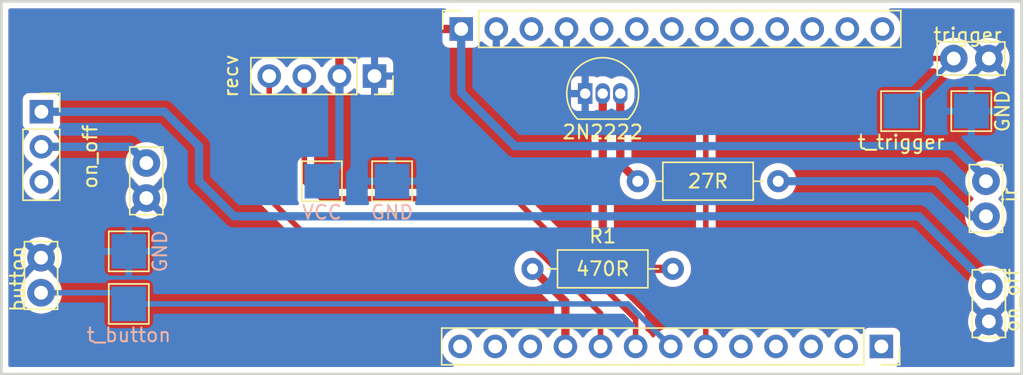
<source format=kicad_pcb>
(kicad_pcb (version 20211014) (generator pcbnew)
  (layers (0 "F.Cu" signal) (31 "B.Cu" signal) (36 "B.SilkS" user "B.Silkscreen") (37 "F.SilkS" user "F.Silkscreen") (38 "B.Mask" user) (39 "F.Mask" user) (44 "Edge.Cuts" user))
  (net 0 "")
  (net 6 "Net-(J1-Pad6)")
  (net 7 "Net-(J1-Pad7)")
  (net 8 "Net-(J1-Pad8)")
  (net 9 "Net-(J1-Pad9)")
  (net 10 "Net-(J1-Pad10)")
  (net 14 "GND")
  (net 25 "Net-(J10-Pad1)")
  (net 26 "Net-(J11-Pad1)")
  (net 27 "Net-(Q1-Pad2)")
  (net 28 "Net-(Q1-Pad3)")
  (net 30 "VCC")
  (net 31 "Net-(R2-Pad1)")
  (footprint "Resistor_THT:R_Axial_DIN0207_L6.3mm_D2.5mm_P10.16mm_Horizontal" (layer "F.Cu") (at 137.16 119.38)
    (fp_text reference "R1" (at 5.08 -2.37) (layer "F.SilkS"))
    (fp_text value "470R" (at 5.08 0) (layer "F.SilkS"))
    (fp_line (start 1.81 -1.37) (end 1.81 1.37) (layer "F.SilkS") (width 0.12))
    (fp_line (start 1.04 0) (end 1.81 0) (layer "F.SilkS") (width 0.12))
    (fp_line (start 1.81 1.37) (end 8.35 1.37) (layer "F.SilkS") (width 0.12))
    (fp_line (start 9.12 0) (end 8.35 0) (layer "F.SilkS") (width 0.12))
    (fp_line (start 8.35 -1.37) (end 1.81 -1.37) (layer "F.SilkS") (width 0.12))
    (fp_line (start 8.35 1.37) (end 8.35 -1.37) (layer "F.SilkS") (width 0.12))
    (pad "1" thru_hole circle (at 0 0) (size 1.6 1.6) (drill 0.8) (layers *.Cu *.Mask) (net 10 "Net-(J1-Pad10)"))
    (pad "2" thru_hole oval (at 10.16 0) (size 1.6 1.6) (drill 0.8) (layers *.Cu *.Mask) (net 27 "Net-(Q1-Pad2)"))
  )
  (footprint "TestPoint:TestPoint_Pad_2.5x2.5mm" (layer "F.Cu") (at 107.95 121.92)
    (fp_text reference "J8a1" hide)
    (fp_text value "t_button" (at 0 2.25) (layer "B.SilkS"))
    (fp_line (start -1.45 -1.45) (end 1.45 -1.45) (layer "F.SilkS") (width 0.12))
    (fp_line (start -1.45 1.45) (end -1.45 -1.45) (layer "F.SilkS") (width 0.12))
    (fp_line (start 1.45 -1.45) (end 1.45 1.45) (layer "F.SilkS") (width 0.12))
    (fp_line (start 1.45 1.45) (end -1.45 1.45) (layer "F.SilkS") (width 0.12))
    (pad "1" smd rect (at 0 0) (size 2.5 2.5) (layers "B.Cu" "B.Mask") (net 7 "Net-(J1-Pad7)"))
  )
  (footprint "TestPoint:TestPoint_Pad_2.5x2.5mm" (layer "F.Cu") (at 127 113.03)
    (fp_text reference "JGND1" hide)
    (fp_text value "GND" (at 0 2.25) (layer "B.SilkS"))
    (fp_line (start -1.45 -1.45) (end 1.45 -1.45) (layer "F.SilkS") (width 0.12))
    (fp_line (start 1.45 1.45) (end -1.45 1.45) (layer "F.SilkS") (width 0.12))
    (fp_line (start -1.45 1.45) (end -1.45 -1.45) (layer "F.SilkS") (width 0.12))
    (fp_line (start 1.45 -1.45) (end 1.45 1.45) (layer "F.SilkS") (width 0.12))
    (pad "1" smd rect (at 0 0) (size 2.5 2.5) (layers "B.Cu" "B.Mask") (net 14 "GND"))
  )
  (footprint "TestPoint:TestPoint_Bridge_Pitch2.54mm_Drill1.0mm" (layer "F.Cu") (at 101.6 121.11 90)
    (fp_text reference "J8" hide)
    (fp_text value "button" (at 1 -1.7 90) (layer "F.SilkS"))
    (fp_line (start -1.2 -1.2) (end -1.2 1.2) (layer "F.SilkS") (width 0.12))
    (fp_line (start 3.7 1.2) (end 3.7 -1.2) (layer "F.SilkS") (width 0.12))
    (fp_line (start 3.7 -1.2) (end -1.2 -1.2) (layer "F.SilkS") (width 0.12))
    (fp_line (start -1.2 1.2) (end 3.7 1.2) (layer "F.SilkS") (width 0.12))
    (pad "1" thru_hole circle (at 0 0 90) (size 2 2) (drill 1) (layers *.Cu *.Mask) (net 7 "Net-(J1-Pad7)"))
    (pad "1" thru_hole circle (at 2.54 0 90) (size 2 2) (drill 1) (layers *.Cu *.Mask) (net 14 "GND"))
  )
  (footprint "TestPoint:TestPoint_Pad_2.5x2.5mm" (layer "F.Cu") (at 163.83 107.95)
    (fp_text reference "J7a1" hide)
    (fp_text value "t_trigger" (at 0 2.25) (layer "F.SilkS"))
    (fp_line (start 1.45 -1.45) (end 1.45 1.45) (layer "F.SilkS") (width 0.12))
    (fp_line (start -1.45 1.45) (end -1.45 -1.45) (layer "F.SilkS") (width 0.12))
    (fp_line (start -1.45 -1.45) (end 1.45 -1.45) (layer "F.SilkS") (width 0.12))
    (fp_line (start 1.45 1.45) (end -1.45 1.45) (layer "F.SilkS") (width 0.12))
    (pad "1" smd rect (at 0 0) (size 2.5 2.5) (layers "B.Cu" "B.Mask") (net 6 "Net-(J1-Pad6)"))
  )
  (footprint "TestPoint:TestPoint_Bridge_Pitch2.54mm_Drill1.0mm" (layer "F.Cu") (at 170.18 120.65 -90)
    (fp_text reference "J10" hide)
    (fp_text value "on_off" (at 1 -1.7 90) (layer "F.SilkS"))
    (fp_line (start 3.7 1.2) (end 3.7 -1.2) (layer "F.SilkS") (width 0.12))
    (fp_line (start -1.2 -1.2) (end -1.2 1.2) (layer "F.SilkS") (width 0.12))
    (fp_line (start -1.2 1.2) (end 3.7 1.2) (layer "F.SilkS") (width 0.12))
    (fp_line (start 3.7 -1.2) (end -1.2 -1.2) (layer "F.SilkS") (width 0.12))
    (pad "1" thru_hole circle (at 0 0 270) (size 2 2) (drill 1) (layers *.Cu *.Mask) (net 25 "Net-(J10-Pad1)"))
    (pad "1" thru_hole circle (at 2.54 0 270) (size 2 2) (drill 1) (layers *.Cu *.Mask) (net 14 "GND"))
  )
  (footprint "TestPoint:TestPoint_Bridge_Pitch2.54mm_Drill1.0mm" (layer "F.Cu") (at 109.22 114.25 90)
    (fp_text reference "J11" hide)
    (fp_text value "on_off" (at 2.998 -4.064 90) (layer "F.SilkS"))
    (fp_line (start 3.7 -1.2) (end -1.2 -1.2) (layer "F.SilkS") (width 0.12))
    (fp_line (start -1.2 1.2) (end 3.7 1.2) (layer "F.SilkS") (width 0.12))
    (fp_line (start -1.2 -1.2) (end -1.2 1.2) (layer "F.SilkS") (width 0.12))
    (fp_line (start 3.7 1.2) (end 3.7 -1.2) (layer "F.SilkS") (width 0.12))
    (pad "1" thru_hole circle (at 2.54 0 90) (size 2 2) (drill 1) (layers *.Cu *.Mask) (net 26 "Net-(J11-Pad1)"))
    (pad "1" thru_hole circle (at 0 0 90) (size 2 2) (drill 1) (layers *.Cu *.Mask) (net 14 "GND"))
  )
  (footprint "TestPoint:TestPoint_Pad_2.5x2.5mm" (layer "F.Cu") (at 168.91 107.95 90)
    (fp_text reference "JGND3" hide)
    (fp_text value "GND" (at 0 2.25 90) (layer "F.SilkS"))
    (fp_line (start -1.45 -1.45) (end 1.45 -1.45) (layer "F.SilkS") (width 0.12))
    (fp_line (start 1.45 1.45) (end -1.45 1.45) (layer "F.SilkS") (width 0.12))
    (fp_line (start 1.45 -1.45) (end 1.45 1.45) (layer "F.SilkS") (width 0.12))
    (fp_line (start -1.45 1.45) (end -1.45 -1.45) (layer "F.SilkS") (width 0.12))
    (pad "1" smd rect (at 0 0 90) (size 2.5 2.5) (layers "B.Cu" "B.Mask") (net 14 "GND"))
  )
  (footprint "TestPoint:TestPoint_Bridge_Pitch2.54mm_Drill1.0mm" (layer "F.Cu") (at 169.97 113.03 -90)
    (fp_text reference "J6" hide)
    (fp_text value "ir" (at 1 -1.7 90) (layer "F.SilkS"))
    (fp_line (start 3.7 -1.2) (end -1.2 -1.2) (layer "F.SilkS") (width 0.12))
    (fp_line (start -1.2 1.2) (end 3.7 1.2) (layer "F.SilkS") (width 0.12))
    (fp_line (start -1.2 -1.2) (end -1.2 1.2) (layer "F.SilkS") (width 0.12))
    (fp_line (start 3.7 1.2) (end 3.7 -1.2) (layer "F.SilkS") (width 0.12))
    (pad "1" thru_hole circle (at 0 0 270) (size 2 2) (drill 1) (layers *.Cu *.Mask) (net 30 "VCC"))
    (pad "1" thru_hole circle (at 2.54 0 270) (size 2 2) (drill 1) (layers *.Cu *.Mask) (net 31 "Net-(R2-Pad1)"))
  )
  (footprint "Connector_PinSocket_2.54mm:PinSocket_1x03_P2.54mm_Vertical" (layer "F.Cu") (at 101.625 107.995)
    (fp_text reference "SW1" hide)
    (fp_text value "SW_DPDT_x2" hide)
    (fp_line (start -1.33 6.41) (end 1.33 6.41) (layer "F.SilkS") (width 0.12))
    (fp_line (start 1.33 1.27) (end 1.33 6.41) (layer "F.SilkS") (width 0.12))
    (fp_line (start 1.33 -1.33) (end 1.33 0) (layer "F.SilkS") (width 0.12))
    (fp_line (start -1.33 1.27) (end 1.33 1.27) (layer "F.SilkS") (width 0.12))
    (fp_line (start 0 -1.33) (end 1.33 -1.33) (layer "F.SilkS") (width 0.12))
    (fp_line (start -1.33 1.27) (end -1.33 6.41) (layer "F.SilkS") (width 0.12))
    (pad "1" thru_hole rect (at 0 0) (size 1.7 1.7) (drill 1) (layers *.Cu *.Mask) (net 25 "Net-(J10-Pad1)"))
    (pad "2" thru_hole oval (at 0 2.54) (size 1.7 1.7) (drill 1) (layers *.Cu *.Mask) (net 26 "Net-(J11-Pad1)"))
    (pad "3" thru_hole oval (at 0 5.08) (size 1.7 1.7) (drill 1) (layers *.Cu *.Mask))
  )
  (footprint "Connector_PinSocket_2.54mm:PinSocket_1x04_P2.54mm_Vertical" (layer "F.Cu") (at 125.73 105.41 -90)
    (fp_text reference "J9" hide)
    (fp_text value "recv" (at 0 10.39 90) (layer "F.SilkS"))
    (fp_line (start 0 -1.33) (end 1.33 -1.33) (layer "F.SilkS") (width 0.12))
    (fp_line (start -1.33 1.27) (end -1.33 8.95) (layer "F.SilkS") (width 0.12))
    (fp_line (start 1.33 1.27) (end 1.33 8.95) (layer "F.SilkS") (width 0.12))
    (fp_line (start 1.33 -1.33) (end 1.33 0) (layer "F.SilkS") (width 0.12))
    (fp_line (start -1.33 1.27) (end 1.33 1.27) (layer "F.SilkS") (width 0.12))
    (fp_line (start -1.33 8.95) (end 1.33 8.95) (layer "F.SilkS") (width 0.12))
    (pad "1" thru_hole rect (at 0 0 270) (size 1.7 1.7) (drill 1) (layers *.Cu *.Mask) (net 14 "GND"))
    (pad "2" thru_hole oval (at 0 2.54 270) (size 1.7 1.7) (drill 1) (layers *.Cu *.Mask) (net 30 "VCC"))
    (pad "3" thru_hole oval (at 0 5.08 270) (size 1.7 1.7) (drill 1) (layers *.Cu *.Mask) (net 8 "Net-(J1-Pad8)"))
    (pad "4" thru_hole oval (at 0 7.62 270) (size 1.7 1.7) (drill 1) (layers *.Cu *.Mask) (net 9 "Net-(J1-Pad9)"))
  )
  (footprint "TestPoint:TestPoint_Pad_2.5x2.5mm" (layer "F.Cu") (at 107.95 118.11 90)
    (fp_text reference "JGND2" hide)
    (fp_text value "GND" (at 0 2.25 90) (layer "B.SilkS"))
    (fp_line (start -1.45 -1.45) (end 1.45 -1.45) (layer "F.SilkS") (width 0.12))
    (fp_line (start -1.45 1.45) (end -1.45 -1.45) (layer "F.SilkS") (width 0.12))
    (fp_line (start 1.45 1.45) (end -1.45 1.45) (layer "F.SilkS") (width 0.12))
    (fp_line (start 1.45 -1.45) (end 1.45 1.45) (layer "F.SilkS") (width 0.12))
    (pad "1" smd rect (at 0 0 90) (size 2.5 2.5) (layers "B.Cu" "B.Mask") (net 14 "GND"))
  )
  (footprint "Connector_PinSocket_2.54mm:PinSocket_1x13_P2.54mm_Vertical" (layer "F.Cu") (at 132 102 90)
    (fp_text reference "J2" hide)
    (fp_text value "Conn_01x13_Shielded" hide)
    (fp_line (start 1.33 1.27) (end 1.33 31.81) (layer "F.SilkS") (width 0.12))
    (fp_line (start -1.33 1.27) (end 1.33 1.27) (layer "F.SilkS") (width 0.12))
    (fp_line (start 1.33 -1.33) (end 1.33 0) (layer "F.SilkS") (width 0.12))
    (fp_line (start -1.33 31.81) (end 1.33 31.81) (layer "F.SilkS") (width 0.12))
    (fp_line (start 0 -1.33) (end 1.33 -1.33) (layer "F.SilkS") (width 0.12))
    (fp_line (start -1.33 1.27) (end -1.33 31.81) (layer "F.SilkS") (width 0.12))
    (pad "1" thru_hole rect (at 0 0 90) (size 1.7 1.7) (drill 1) (layers *.Cu *.Mask) (net 30 "VCC"))
    (pad "2" thru_hole oval (at 0 2.54 90) (size 1.7 1.7) (drill 1) (layers *.Cu *.Mask) (net 14 "GND"))
    (pad "3" thru_hole oval (at 0 5.08 90) (size 1.7 1.7) (drill 1) (layers *.Cu *.Mask))
    (pad "4" thru_hole oval (at 0 7.62 90) (size 1.7 1.7) (drill 1) (layers *.Cu *.Mask) (net 14 "GND"))
    (pad "5" thru_hole oval (at 0 10.16 90) (size 1.7 1.7) (drill 1) (layers *.Cu *.Mask))
    (pad "6" thru_hole oval (at 0 12.7 90) (size 1.7 1.7) (drill 1) (layers *.Cu *.Mask))
    (pad "7" thru_hole oval (at 0 15.24 90) (size 1.7 1.7) (drill 1) (layers *.Cu *.Mask))
    (pad "8" thru_hole oval (at 0 17.78 90) (size 1.7 1.7) (drill 1) (layers *.Cu *.Mask))
    (pad "9" thru_hole oval (at 0 20.32 90) (size 1.7 1.7) (drill 1) (layers *.Cu *.Mask))
    (pad "10" thru_hole oval (at 0 22.86 90) (size 1.7 1.7) (drill 1) (layers *.Cu *.Mask))
    (pad "11" thru_hole oval (at 0 25.4 90) (size 1.7 1.7) (drill 1) (layers *.Cu *.Mask))
    (pad "12" thru_hole oval (at 0 27.94 90) (size 1.7 1.7) (drill 1) (layers *.Cu *.Mask))
    (pad "13" thru_hole oval (at 0 30.48 90) (size 1.7 1.7) (drill 1) (layers *.Cu *.Mask))
  )
  (footprint "Resistor_THT:R_Axial_DIN0207_L6.3mm_D2.5mm_P10.16mm_Horizontal" (layer "F.Cu") (at 154.94 113.03 180)
    (fp_text reference "R2" hide)
    (fp_text value "27R" (at 5.08 0) (layer "F.SilkS"))
    (fp_line (start 9.12 0) (end 8.35 0) (layer "F.SilkS") (width 0.12))
    (fp_line (start 8.35 1.37) (end 8.35 -1.37) (layer "F.SilkS") (width 0.12))
    (fp_line (start 1.81 1.37) (end 8.35 1.37) (layer "F.SilkS") (width 0.12))
    (fp_line (start 1.81 -1.37) (end 1.81 1.37) (layer "F.SilkS") (width 0.12))
    (fp_line (start 1.04 0) (end 1.81 0) (layer "F.SilkS") (width 0.12))
    (fp_line (start 8.35 -1.37) (end 1.81 -1.37) (layer "F.SilkS") (width 0.12))
    (pad "1" thru_hole circle (at 0 0 180) (size 1.6 1.6) (drill 0.8) (layers *.Cu *.Mask) (net 31 "Net-(R2-Pad1)"))
    (pad "2" thru_hole oval (at 10.16 0 180) (size 1.6 1.6) (drill 0.8) (layers *.Cu *.Mask) (net 28 "Net-(Q1-Pad3)"))
  )
  (footprint "TestPoint:TestPoint_Bridge_Pitch2.54mm_Drill1.0mm" (layer "F.Cu") (at 167.64 104.14)
    (fp_text reference "J7" hide)
    (fp_text value "trigger" (at 1 -1.7) (layer "F.SilkS"))
    (fp_line (start -1.2 1.2) (end 3.7 1.2) (layer "F.SilkS") (width 0.12))
    (fp_line (start 3.7 -1.2) (end -1.2 -1.2) (layer "F.SilkS") (width 0.12))
    (fp_line (start -1.2 -1.2) (end -1.2 1.2) (layer "F.SilkS") (width 0.12))
    (fp_line (start 3.7 1.2) (end 3.7 -1.2) (layer "F.SilkS") (width 0.12))
    (pad "1" thru_hole circle (at 0 0) (size 2 2) (drill 1) (layers *.Cu *.Mask) (net 6 "Net-(J1-Pad6)"))
    (pad "1" thru_hole circle (at 2.54 0) (size 2 2) (drill 1) (layers *.Cu *.Mask) (net 14 "GND"))
  )
  (footprint "Package_TO_SOT_THT:TO-92_Inline" (layer "F.Cu") (at 140.97 106.68)
    (fp_text reference "Q1" hide)
    (fp_text value "2N2222" (at 1.27 2.79) (layer "F.SilkS"))
    (fp_line (start -0.53 1.85) (end 3.07 1.85) (layer "F.SilkS") (width 0.12))
    (fp_arc (start -0.568478 1.838478) (mid -1.132087 -0.994977) (end 1.27 -2.6) (layer "F.SilkS") (width 0.12))
    (fp_arc (start 1.27 -2.6) (mid 3.672087 -0.994977) (end 3.108478 1.838478) (layer "F.SilkS") (width 0.12))
    (pad "1" thru_hole rect (at 0 0) (size 1.05 1.5) (drill 0.75) (layers *.Cu *.Mask) (net 14 "GND"))
    (pad "2" thru_hole oval (at 1.27 0) (size 1.05 1.5) (drill 0.75) (layers *.Cu *.Mask) (net 27 "Net-(Q1-Pad2)"))
    (pad "3" thru_hole oval (at 2.54 0) (size 1.05 1.5) (drill 0.75) (layers *.Cu *.Mask) (net 28 "Net-(Q1-Pad3)"))
  )
  (footprint "Connector_PinSocket_2.54mm:PinSocket_1x13_P2.54mm_Vertical" (layer "F.Cu") (at 162.4 125 -90)
    (fp_text reference "J1" hide)
    (fp_text value "Conn_01x13_Shielded" hide)
    (fp_line (start 1.33 -1.33) (end 1.33 0) (layer "F.SilkS") (width 0.12))
    (fp_line (start -1.33 1.27) (end -1.33 31.81) (layer "F.SilkS") (width 0.12))
    (fp_line (start -1.33 31.81) (end 1.33 31.81) (layer "F.SilkS") (width 0.12))
    (fp_line (start 0 -1.33) (end 1.33 -1.33) (layer "F.SilkS") (width 0.12))
    (fp_line (start -1.33 1.27) (end 1.33 1.27) (layer "F.SilkS") (width 0.12))
    (fp_line (start 1.33 1.27) (end 1.33 31.81) (layer "F.SilkS") (width 0.12))
    (pad "1" thru_hole rect (at 0 0 270) (size 1.7 1.7) (drill 1) (layers *.Cu *.Mask))
    (pad "2" thru_hole oval (at 0 2.54 270) (size 1.7 1.7) (drill 1) (layers *.Cu *.Mask))
    (pad "3" thru_hole oval (at 0 5.08 270) (size 1.7 1.7) (drill 1) (layers *.Cu *.Mask))
    (pad "4" thru_hole oval (at 0 7.62 270) (size 1.7 1.7) (drill 1) (layers *.Cu *.Mask))
    (pad "5" thru_hole oval (at 0 10.16 270) (size 1.7 1.7) (drill 1) (layers *.Cu *.Mask))
    (pad "6" thru_hole oval (at 0 12.7 270) (size 1.7 1.7) (drill 1) (layers *.Cu *.Mask) (net 6 "Net-(J1-Pad6)"))
    (pad "7" thru_hole oval (at 0 15.24 270) (size 1.7 1.7) (drill 1) (layers *.Cu *.Mask) (net 7 "Net-(J1-Pad7)"))
    (pad "8" thru_hole oval (at 0 17.78 270) (size 1.7 1.7) (drill 1) (layers *.Cu *.Mask) (net 8 "Net-(J1-Pad8)"))
    (pad "9" thru_hole oval (at 0 20.32 270) (size 1.7 1.7) (drill 1) (layers *.Cu *.Mask) (net 9 "Net-(J1-Pad9)"))
    (pad "10" thru_hole oval (at 0 22.86 270) (size 1.7 1.7) (drill 1) (layers *.Cu *.Mask) (net 10 "Net-(J1-Pad10)"))
    (pad "11" thru_hole oval (at 0 25.4 270) (size 1.7 1.7) (drill 1) (layers *.Cu *.Mask))
    (pad "12" thru_hole oval (at 0 27.94 270) (size 1.7 1.7) (drill 1) (layers *.Cu *.Mask))
    (pad "13" thru_hole oval (at 0 30.48 270) (size 1.7 1.7) (drill 1) (layers *.Cu *.Mask))
  )
  (footprint "TestPoint:TestPoint_Pad_2.5x2.5mm" (layer "F.Cu") (at 121.92 113.03)
    (fp_text reference "Jvcc1" hide)
    (fp_text value "VCC" (at 0 2.25) (layer "B.SilkS"))
    (fp_line (start -1.45 1.45) (end -1.45 -1.45) (layer "F.SilkS") (width 0.12))
    (fp_line (start 1.45 -1.45) (end 1.45 1.45) (layer "F.SilkS") (width 0.12))
    (fp_line (start -1.45 -1.45) (end 1.45 -1.45) (layer "F.SilkS") (width 0.12))
    (fp_line (start 1.45 1.45) (end -1.45 1.45) (layer "F.SilkS") (width 0.12))
    (pad "1" smd rect (at 0 0) (size 2.5 2.5) (layers "B.Cu" "B.Mask") (net 30 "VCC"))
  )
  (gr_rect (start 98.73 100) (end 172.54 127) (layer "Edge.Cuts") (width 0.2) (fill none))
  (segment (start 149.7 125) (end 149.7 106.84) (width 0.4) (layer "F.Cu") (net 6))
  (segment (start 152.4 104.14) (end 167.64 104.14) (width 0.4) (layer "F.Cu") (net 6))
  (segment (start 149.7 106.84) (end 152.4 104.14) (width 0.4) (layer "F.Cu") (net 6))
  (segment (start 163.83 107.95) (end 167.64 104.14) (width 0.4) (layer "B.Cu") (net 6))
  (segment (start 107.95 121.92) (end 144.08 121.92) (width 0.4) (layer "B.Cu") (net 7))
  (segment (start 107.14 121.11) (end 107.95 121.92) (width 0.4) (layer "B.Cu") (net 7))
  (segment (start 144.08 121.92) (end 147.16 125) (width 0.4) (layer "B.Cu") (net 7))
  (segment (start 101.6 121.11) (end 107.14 121.11) (width 0.4) (layer "B.Cu") (net 7))
  (segment (start 144.62 125) (end 144.62 123.03) (width 0.4) (layer "F.Cu") (net 8))
  (segment (start 120.65 113.03) (end 120.65 105.41) (width 0.4) (layer "F.Cu") (net 8))
  (segment (start 135.89 114.3) (end 121.92 114.3) (width 0.4) (layer "F.Cu") (net 8))
  (segment (start 121.92 114.3) (end 120.65 113.03) (width 0.4) (layer "F.Cu") (net 8))
  (segment (start 144.62 123.03) (end 135.89 114.3) (width 0.4) (layer "F.Cu") (net 8))
  (segment (start 142.08 125) (end 142.08 122.602943) (width 0.4) (layer "F.Cu") (net 9))
  (segment (start 118.11 114.3) (end 118.11 105.41) (width 0.4) (layer "F.Cu") (net 9))
  (segment (start 120.65 116.84) (end 118.11 114.3) (width 0.4) (layer "F.Cu") (net 9))
  (segment (start 142.08 122.602943) (end 136.317057 116.84) (width 0.4) (layer "F.Cu") (net 9))
  (segment (start 136.317057 116.84) (end 120.65 116.84) (width 0.4) (layer "F.Cu") (net 9))
  (segment (start 139.54 121.76) (end 137.16 119.38) (width 0.6) (layer "F.Cu") (net 10))
  (segment (start 139.54 125) (end 139.54 121.76) (width 0.6) (layer "F.Cu") (net 10))
  (segment (start 165.1 115.57) (end 115.57 115.57) (width 0.6) (layer "B.Cu") (net 25))
  (segment (start 115.57 115.57) (end 113.03 113.03) (width 0.6) (layer "B.Cu") (net 25))
  (segment (start 113.03 110.49) (end 110.535 107.995) (width 0.6) (layer "B.Cu") (net 25))
  (segment (start 113.03 113.03) (end 113.03 110.49) (width 0.6) (layer "B.Cu") (net 25))
  (segment (start 170.18 120.65) (end 165.1 115.57) (width 0.6) (layer "B.Cu") (net 25))
  (segment (start 110.535 107.995) (end 101.625 107.995) (width 0.6) (layer "B.Cu") (net 25))
  (segment (start 101.625 110.535) (end 108.045 110.535) (width 0.6) (layer "B.Cu") (net 26))
  (segment (start 108.045 110.535) (end 109.22 111.71) (width 0.6) (layer "B.Cu") (net 26))
  (segment (start 144.78 119.38) (end 142.24 116.84) (width 0.6) (layer "F.Cu") (net 27))
  (segment (start 142.24 116.84) (end 142.24 106.68) (width 0.6) (layer "F.Cu") (net 27))
  (segment (start 147.32 119.38) (end 144.78 119.38) (width 0.6) (layer "F.Cu") (net 27))
  (segment (start 143.51 106.68) (end 143.51 111.76) (width 0.6) (layer "F.Cu") (net 28))
  (segment (start 143.51 111.76) (end 144.78 113.03) (width 0.6) (layer "F.Cu") (net 28))
  (segment (start 123.19 102.87) (end 123.19 105.41) (width 0.6) (layer "F.Cu") (net 30))
  (segment (start 132 102) (end 124.06 102) (width 0.6) (layer "F.Cu") (net 30))
  (segment (start 124.06 102) (end 123.19 102.87) (width 0.6) (layer "F.Cu") (net 30))
  (segment (start 132 102) (end 132 106.6) (width 0.6) (layer "B.Cu") (net 30))
  (segment (start 123.19 105.41) (end 123.19 111.76) (width 0.6) (layer "B.Cu") (net 30))
  (segment (start 169.97 112.82) (end 169.97 113.03) (width 0.6) (layer "B.Cu") (net 30))
  (segment (start 123.19 111.76) (end 121.92 113.03) (width 0.6) (layer "B.Cu") (net 30))
  (segment (start 135.89 110.49) (end 167.64 110.49) (width 0.6) (layer "B.Cu") (net 30))
  (segment (start 132 106.6) (end 135.89 110.49) (width 0.6) (layer "B.Cu") (net 30))
  (segment (start 167.64 110.49) (end 169.97 112.82) (width 0.6) (layer "B.Cu") (net 30))
  (segment (start 168.91 115.57) (end 169.97 115.57) (width 0.6) (layer "B.Cu") (net 31))
  (segment (start 166.37 113.03) (end 168.91 115.57) (width 0.6) (layer "B.Cu") (net 31))
  (segment (start 154.94 113.03) (end 166.37 113.03) (width 0.6) (layer "B.Cu") (net 31))
  (zone (net 14) (net_name "GND") (layers F&B.Cu) (connect_pads (clearance 0.508)) (min_thickness 0.254) (fill yes (thermal_gap 0.508) (thermal_bridge_width 0.508))
    (polygon (pts (xy 172.466 127) (xy 98.806 127) (xy 98.806 100.076) (xy 172.466 100.076)))
  )
)
</source>
